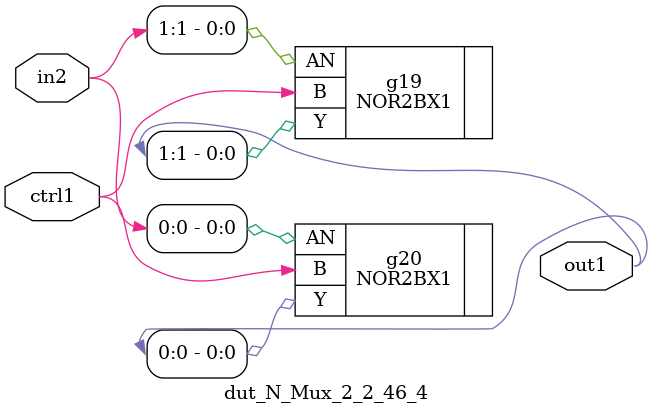
<source format=v>
`timescale 1ps / 1ps


module dut_N_Mux_2_2_46_4(in2, ctrl1, out1);
  input [1:0] in2;
  input ctrl1;
  output [1:0] out1;
  wire [1:0] in2;
  wire ctrl1;
  wire [1:0] out1;
  NOR2BX1 g19(.AN (in2[1]), .B (ctrl1), .Y (out1[1]));
  NOR2BX1 g20(.AN (in2[0]), .B (ctrl1), .Y (out1[0]));
endmodule



</source>
